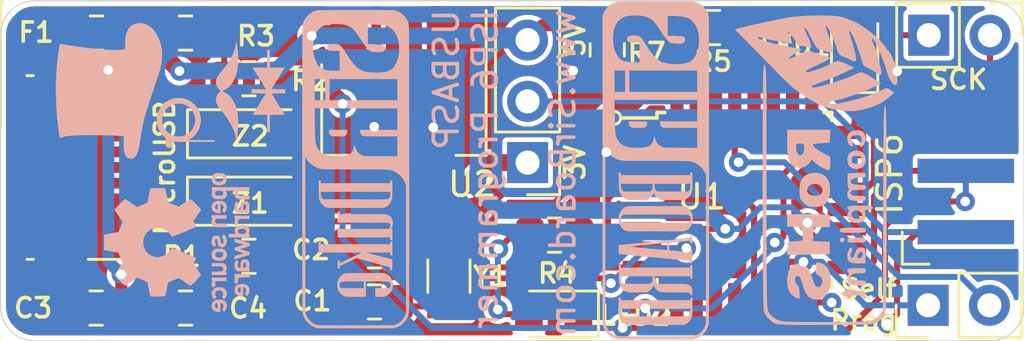
<source format=kicad_pcb>
(kicad_pcb (version 20171130) (host pcbnew "(5.1.2)-2")
  (layers (0 F.Cu signal hide) (31 B.Cu signal hide) (34 B.Paste user hide) (35 F.Paste user hide) (36 B.SilkS user) (37 F.SilkS user hide) (38 B.Mask user hide) (39 F.Mask user hide) (44 Edge.Cuts user))
  (net 0 "")
  (net 1 "Net-(C1-Pad2)")
  (net 2 "Net-(C1-Pad1)")
  (net 3 "Net-(C2-Pad1)")
  (net 4 "Net-(C3-Pad1)")
  (net 5 "Net-(F1-Pad1)")
  (net 6 "Net-(J1-Pad2)")
  (net 7 "Net-(J1-Pad1)")
  (net 8 "Net-(J2-Pad2)")
  (net 9 "Net-(J2-Pad1)")
  (net 10 "Net-(J3-Pad2)")
  (net 11 "Net-(J3-Pad1)")
  (net 12 "Net-(J4-Pad3)")
  (net 13 "Net-(J4-Pad4)")
  (net 14 "Net-(J4-Pad2)")
  (net 15 "Net-(J5-Pad4)")
  (net 16 "Net-(J5-Pad3)")
  (net 17 "Net-(J5-Pad1)")
  (net 18 "Net-(LED1-Pad2)")
  (net 19 "Net-(LED1-Pad1)")
  (net 20 "Net-(LED2-Pad2)")
  (net 21 "Net-(LED2-Pad1)")
  (net 22 "Net-(R1-Pad1)")
  (net 23 "Net-(R2-Pad1)")
  (net 24 "Net-(U1-Pad31)")
  (net 25 "Net-(U1-Pad30)")
  (net 26 "Net-(U1-Pad28)")
  (net 27 "Net-(U1-Pad27)")
  (net 28 "Net-(U1-Pad26)")
  (net 29 "Net-(U1-Pad22)")
  (net 30 "Net-(U1-Pad20)")
  (net 31 "Net-(U1-Pad19)")
  (net 32 "Net-(U1-Pad11)")
  (net 33 "Net-(U1-Pad10)")
  (net 34 "Net-(U1-Pad9)")
  (net 35 "Net-(U1-Pad2)")
  (net 36 "Net-(U1-Pad1)")
  (module logo:SirDuke132x44 (layer B.Cu) (at 94.6277 96.4311 270)
    (fp_text reference G*** hide)
    (fp_text value LOGO hide)
  )
  (module logo:SirBoard140x44 (layer B.Cu) (at 107.0737 96.4692 270)
    (fp_text reference G*** hide)
    (fp_text value LOGO hide)
  )
  (module Connector_PinSocket_2.54mm:PinSocket_2x03_P2.54mm_Horizontal_SMD (layer F.Cu) (at 118.4148 99.0346 180)
    (fp_text reference ISP6 (at 1.6256 2.413 90) (layer F.SilkS))
    (fp_text value Conn_02x03_Odd_Even)
    (pad 6 smd rect (at -1.524 5.08 180) (size 4 1) (layers B.Cu F.Paste F.Mask) (net 2 "Net-(C1-Pad1)"))
    (pad 4 smd rect (at -1.524 2.54 180) (size 4 1) (layers B.Cu F.Paste F.Mask) (net 15 "Net-(J5-Pad4)"))
    (pad 2 smd rect (at -1.524 0 180) (size 4 1) (layers B.Cu F.Paste F.Mask) (net 6 "Net-(J1-Pad2)"))
    (pad 5 smd rect (at -1.524 5.08 180) (size 4 1) (layers F.Cu F.Paste F.Mask) (net 9 "Net-(J2-Pad1)"))
    (pad 3 smd rect (at -1.524 2.54 180) (size 4 1) (layers F.Cu F.Paste F.Mask) (net 16 "Net-(J5-Pad3)"))
    (pad 1 smd rect (at -1.524 0 180) (size 4 1) (layers F.Cu F.Paste F.Mask) (net 17 "Net-(J5-Pad1)"))
  )
  (module Symbol:OSHW-Logo_5.7x6mm_SilkScreen (layer B.Cu) (at 87.2109 99.4537 270)
    (fp_text reference REF** hide)
    (fp_text value OSHW-Logo_5.7x6mm_SilkScreen hide)
  )
  (module Connector_PinHeader_2.54mm:PinHeader_1x02_P2.54mm_Vertical (layer F.Cu) (at 118.3767 102.0699 90)
    (fp_text reference SelfProg hide)
    (fp_text value Conn_01x02 hide)
    (pad 2 thru_hole oval (at 0 2.54 90) (size 1.7 1.7) (drill 1) (layers *.Cu *.Mask) (net 10 "Net-(J3-Pad2)"))
    (pad 1 thru_hole rect (at 0 0 90) (size 1.7 1.7) (drill 1) (layers *.Cu *.Mask) (net 11 "Net-(J3-Pad1)"))
  )
  (module Package_QFP:TQFP-32_7x7mm_P0.8mm (layer F.Cu) (at 110.7567 97.7011)
    (fp_text reference U1 (at -1.778 -0.127) (layer F.SilkS))
    (fp_text value ATmega8-16AU)
    (pad 32 smd rect (at -2.8 -4.25 90) (size 1.6 0.55) (layers F.Cu F.Paste F.Mask) (net 22 "Net-(R1-Pad1)"))
    (pad 31 smd rect (at -2 -4.25 90) (size 1.6 0.55) (layers F.Cu F.Paste F.Mask) (net 24 "Net-(U1-Pad31)"))
    (pad 30 smd rect (at -1.2 -4.25 90) (size 1.6 0.55) (layers F.Cu F.Paste F.Mask) (net 25 "Net-(U1-Pad30)"))
    (pad 29 smd rect (at -0.4 -4.25 90) (size 1.6 0.55) (layers F.Cu F.Paste F.Mask) (net 10 "Net-(J3-Pad2)"))
    (pad 28 smd rect (at 0.4 -4.25 90) (size 1.6 0.55) (layers F.Cu F.Paste F.Mask) (net 26 "Net-(U1-Pad28)"))
    (pad 27 smd rect (at 1.2 -4.25 90) (size 1.6 0.55) (layers F.Cu F.Paste F.Mask) (net 27 "Net-(U1-Pad27)"))
    (pad 26 smd rect (at 2 -4.25 90) (size 1.6 0.55) (layers F.Cu F.Paste F.Mask) (net 28 "Net-(U1-Pad26)"))
    (pad 25 smd rect (at 2.8 -4.25 90) (size 1.6 0.55) (layers F.Cu F.Paste F.Mask) (net 8 "Net-(J2-Pad2)"))
    (pad 24 smd rect (at 4.25 -2.8) (size 1.6 0.55) (layers F.Cu F.Paste F.Mask) (net 19 "Net-(LED1-Pad1)"))
    (pad 23 smd rect (at 4.25 -2) (size 1.6 0.55) (layers F.Cu F.Paste F.Mask) (net 21 "Net-(LED2-Pad1)"))
    (pad 22 smd rect (at 4.25 -1.2) (size 1.6 0.55) (layers F.Cu F.Paste F.Mask) (net 29 "Net-(U1-Pad22)"))
    (pad 21 smd rect (at 4.25 -0.4) (size 1.6 0.55) (layers F.Cu F.Paste F.Mask) (net 2 "Net-(C1-Pad1)"))
    (pad 20 smd rect (at 4.25 0.4) (size 1.6 0.55) (layers F.Cu F.Paste F.Mask) (net 30 "Net-(U1-Pad20)"))
    (pad 19 smd rect (at 4.25 1.2) (size 1.6 0.55) (layers F.Cu F.Paste F.Mask) (net 31 "Net-(U1-Pad19)"))
    (pad 18 smd rect (at 4.25 2) (size 1.6 0.55) (layers F.Cu F.Paste F.Mask) (net 5 "Net-(F1-Pad1)"))
    (pad 17 smd rect (at 4.25 2.8) (size 1.6 0.55) (layers F.Cu F.Paste F.Mask) (net 16 "Net-(J5-Pad3)"))
    (pad 16 smd rect (at 2.8 4.25 90) (size 1.6 0.55) (layers F.Cu F.Paste F.Mask) (net 17 "Net-(J5-Pad1)"))
    (pad 15 smd rect (at 2 4.25 90) (size 1.6 0.55) (layers F.Cu F.Paste F.Mask) (net 15 "Net-(J5-Pad4)"))
    (pad 14 smd rect (at 1.2 4.25 90) (size 1.6 0.55) (layers F.Cu F.Paste F.Mask) (net 11 "Net-(J3-Pad1)"))
    (pad 13 smd rect (at 0.4 4.25 90) (size 1.6 0.55) (layers F.Cu F.Paste F.Mask) (net 22 "Net-(R1-Pad1)"))
    (pad 12 smd rect (at -0.4 4.25 90) (size 1.6 0.55) (layers F.Cu F.Paste F.Mask) (net 23 "Net-(R2-Pad1)"))
    (pad 11 smd rect (at -1.2 4.25 90) (size 1.6 0.55) (layers F.Cu F.Paste F.Mask) (net 32 "Net-(U1-Pad11)"))
    (pad 10 smd rect (at -2 4.25 90) (size 1.6 0.55) (layers F.Cu F.Paste F.Mask) (net 33 "Net-(U1-Pad10)"))
    (pad 9 smd rect (at -2.8 4.25 90) (size 1.6 0.55) (layers F.Cu F.Paste F.Mask) (net 34 "Net-(U1-Pad9)"))
    (pad 8 smd rect (at -4.25 2.8) (size 1.6 0.55) (layers F.Cu F.Paste F.Mask) (net 3 "Net-(C2-Pad1)"))
    (pad 7 smd rect (at -4.25 2) (size 1.6 0.55) (layers F.Cu F.Paste F.Mask) (net 1 "Net-(C1-Pad2)"))
    (pad 6 smd rect (at -4.25 1.2) (size 1.6 0.55) (layers F.Cu F.Paste F.Mask) (net 5 "Net-(F1-Pad1)"))
    (pad 5 smd rect (at -4.25 0.4) (size 1.6 0.55) (layers F.Cu F.Paste F.Mask) (net 2 "Net-(C1-Pad1)"))
    (pad 4 smd rect (at -4.25 -0.4) (size 1.6 0.55) (layers F.Cu F.Paste F.Mask) (net 5 "Net-(F1-Pad1)"))
    (pad 3 smd rect (at -4.25 -1.2) (size 1.6 0.55) (layers F.Cu F.Paste F.Mask) (net 2 "Net-(C1-Pad1)"))
    (pad 2 smd rect (at -4.25 -2) (size 1.6 0.55) (layers F.Cu F.Paste F.Mask) (net 35 "Net-(U1-Pad2)"))
    (pad 1 smd rect (at -4.25 -2.8) (size 1.6 0.55) (layers F.Cu F.Paste F.Mask) (net 36 "Net-(U1-Pad1)"))
  )
  (module Package_TO_SOT_SMD:SOT-223-3_TabPin2 (layer F.Cu) (at 96.6343 93.9419 270)
    (fp_text reference U2 (at 3.1115 -2.8321) (layer F.SilkS))
    (fp_text value AMS1117-3.3)
    (pad 1 smd rect (at -3.15 -2.3 270) (size 2 1.5) (layers F.Cu F.Paste F.Mask) (net 2 "Net-(C1-Pad1)"))
    (pad 3 smd rect (at -3.15 2.3 270) (size 2 1.5) (layers F.Cu F.Paste F.Mask) (net 5 "Net-(F1-Pad1)"))
    (pad 2 smd rect (at -3.15 0 270) (size 2 1.5) (layers F.Cu F.Paste F.Mask) (net 7 "Net-(J1-Pad1)"))
    (pad 2 smd rect (at 3.15 0 270) (size 2 3.8) (layers F.Cu F.Paste F.Mask) (net 7 "Net-(J1-Pad1)"))
  )
  (module Crystal:Crystal_SMD_3215-2Pin_3.2x1.5mm (layer F.Cu) (at 98.5012 100.8634 270)
    (fp_text reference Y1 (at 0.0127 -1.7399 unlocked) (layer F.SilkS) (effects (font (size 0.8 0.8))))
    (fp_text value Crystal)
    (pad 2 smd rect (at -1.25 0 270) (size 1 1.8) (layers F.Cu F.Paste F.Mask) (net 3 "Net-(C2-Pad1)"))
    (pad 1 smd rect (at 1.25 0 270) (size 1 1.8) (layers F.Cu F.Paste F.Mask) (net 1 "Net-(C1-Pad2)"))
  )
  (module logo:RoHS140x90 (layer B.Cu) (at 113.9571 96.5708 270)
    (fp_text reference G*** hide)
    (fp_text value LOGO hide)
  )
  (module logo:logo94x134 (layer B.Cu) (at 86.9569 93.1926 270)
    (fp_text reference G*** hide)
    (fp_text value LOGO hide)
  )
  (module Resistor_SMD:R_0805_2012Metric_Pad1.15x1.40mm_HandSolder (layer F.Cu) (at 83.8835 90.7796 180)
    (fp_text reference F1 (at 2.5019 0.0254) (layer F.SilkS) (effects (font (size 0.8 0.8))))
    (fp_text value 500mA)
    (pad 2 smd roundrect (at 1.025 0 180) (size 1.15 1.4) (layers F.Cu F.Paste F.Mask) (roundrect_rratio 0.217391) (net 4 "Net-(C3-Pad1)"))
    (pad 1 smd roundrect (at -1.025 0 180) (size 1.15 1.4) (layers F.Cu F.Paste F.Mask) (roundrect_rratio 0.217391) (net 5 "Net-(F1-Pad1)"))
  )
  (module Connector_USB:USB_Micro-B_Molex_47346-0001 (layer F.Cu) (at 83.6041 96.3549 270)
    (fp_text reference MicroUSB (at 0 -3.1125 90) (layer F.SilkS) (effects (font (size 0.8 0.8))))
    (fp_text value USB_B_Micro)
    (pad 6 smd rect (at 0.84 1.2 270) (size 1.175 1.9) (layers F.Cu F.Paste F.Mask) (net 2 "Net-(C1-Pad1)"))
    (pad 6 smd rect (at -0.84 1.2 270) (size 1.175 1.9) (layers F.Cu F.Paste F.Mask) (net 2 "Net-(C1-Pad1)"))
    (pad 6 smd rect (at 2.91 1.2 270) (size 2.375 1.9) (layers F.Cu F.Paste F.Mask) (net 2 "Net-(C1-Pad1)"))
    (pad 6 smd rect (at -2.91 1.2 270) (size 2.375 1.9) (layers F.Cu F.Paste F.Mask) (net 2 "Net-(C1-Pad1)"))
    (pad 6 smd rect (at 2.4625 -1.1 270) (size 1.475 2.1) (layers F.Cu F.Paste F.Mask) (net 2 "Net-(C1-Pad1)"))
    (pad 6 smd rect (at -2.4625 -1.1 270) (size 1.475 2.1) (layers F.Cu F.Paste F.Mask) (net 2 "Net-(C1-Pad1)"))
    (pad 5 smd rect (at 1.3 -1.46 270) (size 0.45 1.38) (layers F.Cu F.Paste F.Mask) (net 2 "Net-(C1-Pad1)"))
    (pad 4 smd rect (at 0.65 -1.46 270) (size 0.45 1.38) (layers F.Cu F.Paste F.Mask) (net 13 "Net-(J4-Pad4)"))
    (pad 3 smd rect (at 0 -1.46 270) (size 0.45 1.38) (layers F.Cu F.Paste F.Mask) (net 12 "Net-(J4-Pad3)"))
    (pad 2 smd rect (at -0.65 -1.46 270) (size 0.45 1.38) (layers F.Cu F.Paste F.Mask) (net 14 "Net-(J4-Pad2)"))
    (pad 1 smd rect (at -1.3 -1.46 270) (size 0.45 1.38) (layers F.Cu F.Paste F.Mask) (net 4 "Net-(C3-Pad1)"))
  )
  (module Diode_SMD:D_MiniMELF (layer F.Cu) (at 90.2081 94.9579)
    (fp_text reference Z2 (at 0.0508 0.1016) (layer F.SilkS) (effects (font (size 0.8 0.8))))
    (fp_text value 3.6V)
    (pad 2 smd rect (at 1.75 0) (size 1.3 1.7) (layers F.Cu F.Paste F.Mask) (net 2 "Net-(C1-Pad1)"))
    (pad 1 smd rect (at -1.75 0) (size 1.3 1.7) (layers F.Cu F.Paste F.Mask) (net 14 "Net-(J4-Pad2)"))
  )
  (module Diode_SMD:D_MiniMELF (layer F.Cu) (at 90.2081 97.7519)
    (fp_text reference Z1 (at 0.0508 0.0889) (layer F.SilkS) (effects (font (size 0.8 0.8))))
    (fp_text value 3.6V)
    (pad 2 smd rect (at 1.75 0) (size 1.3 1.7) (layers F.Cu F.Paste F.Mask) (net 2 "Net-(C1-Pad1)"))
    (pad 1 smd rect (at -1.75 0) (size 1.3 1.7) (layers F.Cu F.Paste F.Mask) (net 12 "Net-(J4-Pad3)"))
  )
  (module Resistor_SMD:R_0805_2012Metric_Pad1.15x1.40mm_HandSolder (layer F.Cu) (at 105.0671 91.4781 90)
    (fp_text reference R7 (at -0.127 1.6383) (layer F.SilkS) (effects (font (size 0.8 0.8))))
    (fp_text value 10k)
    (pad 2 smd roundrect (at 1.025 0 90) (size 1.15 1.4) (layers F.Cu F.Paste F.Mask) (roundrect_rratio 0.217391) (net 5 "Net-(F1-Pad1)"))
    (pad 1 smd roundrect (at -1.025 0 90) (size 1.15 1.4) (layers F.Cu F.Paste F.Mask) (roundrect_rratio 0.217391) (net 10 "Net-(J3-Pad2)"))
  )
  (module Resistor_SMD:R_0805_2012Metric_Pad1.15x1.40mm_HandSolder (layer F.Cu) (at 109.474 90.551)
    (fp_text reference R5 (at -0.0254 1.4097 180) (layer F.SilkS) (effects (font (size 0.8 0.8))))
    (fp_text value 1k)
    (pad 2 smd roundrect (at 1.025 0) (size 1.15 1.4) (layers F.Cu F.Paste F.Mask) (roundrect_rratio 0.217391) (net 18 "Net-(LED1-Pad2)"))
    (pad 1 smd roundrect (at -1.025 0) (size 1.15 1.4) (layers F.Cu F.Paste F.Mask) (roundrect_rratio 0.217391) (net 5 "Net-(F1-Pad1)"))
  )
  (module Resistor_SMD:R_0805_2012Metric_Pad1.15x1.40mm_HandSolder (layer F.Cu) (at 102.8827 99.1616 180)
    (fp_text reference R4 (at -0.1016 -1.5875) (layer F.SilkS) (effects (font (size 0.8 0.8))))
    (fp_text value 1k)
    (pad 2 smd roundrect (at 1.025 0 180) (size 1.15 1.4) (layers F.Cu F.Paste F.Mask) (roundrect_rratio 0.217391) (net 20 "Net-(LED2-Pad2)"))
    (pad 1 smd roundrect (at -1.025 0 180) (size 1.15 1.4) (layers F.Cu F.Paste F.Mask) (roundrect_rratio 0.217391) (net 5 "Net-(F1-Pad1)"))
  )
  (module Resistor_SMD:R_0805_2012Metric_Pad1.15x1.40mm_HandSolder (layer F.Cu) (at 87.5792 90.7796)
    (fp_text reference R3 (at 2.921 0.127) (layer F.SilkS) (effects (font (size 0.8 0.8))))
    (fp_text value 2k2)
    (pad 2 smd roundrect (at 1.025 0) (size 1.15 1.4) (layers F.Cu F.Paste F.Mask) (roundrect_rratio 0.217391) (net 14 "Net-(J4-Pad2)"))
    (pad 1 smd roundrect (at -1.025 0) (size 1.15 1.4) (layers F.Cu F.Paste F.Mask) (roundrect_rratio 0.217391) (net 5 "Net-(F1-Pad1)"))
  )
  (module Resistor_SMD:R_0805_2012Metric_Pad1.15x1.40mm_HandSolder (layer F.Cu) (at 90.2081 92.6719 180)
    (fp_text reference R2 (at -2.54 -0.0889) (layer F.SilkS) (effects (font (size 0.8 0.8))))
    (fp_text value 68e)
    (pad 2 smd roundrect (at 1.025 0 180) (size 1.15 1.4) (layers F.Cu F.Paste F.Mask) (roundrect_rratio 0.217391) (net 14 "Net-(J4-Pad2)"))
    (pad 1 smd roundrect (at -1.025 0 180) (size 1.15 1.4) (layers F.Cu F.Paste F.Mask) (roundrect_rratio 0.217391) (net 23 "Net-(R2-Pad1)"))
  )
  (module Resistor_SMD:R_0805_2012Metric_Pad1.15x1.40mm_HandSolder (layer F.Cu) (at 90.2081 100.0379 180)
    (fp_text reference R1 (at 2.7813 -0.0127) (layer F.SilkS) (effects (font (size 0.8 0.8))))
    (fp_text value 68e)
    (pad 2 smd roundrect (at 1.025 0 180) (size 1.15 1.4) (layers F.Cu F.Paste F.Mask) (roundrect_rratio 0.217391) (net 12 "Net-(J4-Pad3)"))
    (pad 1 smd roundrect (at -1.025 0 180) (size 1.15 1.4) (layers F.Cu F.Paste F.Mask) (roundrect_rratio 0.217391) (net 22 "Net-(R1-Pad1)"))
  )
  (module LED_SMD:LED_0805_2012Metric_Pad1.15x1.40mm_HandSolder (layer F.Cu) (at 102.8446 102.4382 180)
    (fp_text reference LED2 (at -3.3909 -0.0508) (layer F.SilkS) (effects (font (size 0.8 0.8))))
    (fp_text value R)
    (pad 2 smd roundrect (at 1.025 0 180) (size 1.15 1.4) (layers F.Cu F.Paste F.Mask) (roundrect_rratio 0.217391) (net 20 "Net-(LED2-Pad2)"))
    (pad 1 smd roundrect (at -1.025 0 180) (size 1.15 1.4) (layers F.Cu F.Paste F.Mask) (roundrect_rratio 0.217391) (net 21 "Net-(LED2-Pad1)"))
  )
  (module LED_SMD:LED_0805_2012Metric_Pad1.15x1.40mm_HandSolder (layer F.Cu) (at 115.3287 91.3892 90)
    (fp_text reference LED1 (at 0.0635 -2.4638 180) (layer F.SilkS) (effects (font (size 0.8 0.8))))
    (fp_text value G)
    (pad 2 smd roundrect (at 1.025 0 90) (size 1.15 1.4) (layers F.Cu F.Paste F.Mask) (roundrect_rratio 0.217391) (net 18 "Net-(LED1-Pad2)"))
    (pad 1 smd roundrect (at -1.025 0 90) (size 1.15 1.4) (layers F.Cu F.Paste F.Mask) (roundrect_rratio 0.217391) (net 19 "Net-(LED1-Pad1)"))
  )
  (module Connector_PinHeader_2.54mm:PinHeader_1x02_P2.54mm_Vertical (layer F.Cu) (at 120.9421 90.8685 270)
    (fp_text reference SCK (at 1.8415 1.3081 180) (layer F.SilkS) (effects (font (size 0.8 0.8))))
    (fp_text value Conn_01x02)
    (pad 1 thru_hole circle (at 0 0 270) (size 1.7 1.7) (drill 1) (layers *.Cu *.Mask) (net 9 "Net-(J2-Pad1)"))
    (pad 2 thru_hole rect (at 0 2.54 270) (size 1.7 1.7) (drill 1) (layers *.Cu *.Mask) (net 8 "Net-(J2-Pad2)"))
  )
  (module Connector_PinHeader_2.54mm:PinHeader_1x03_P2.54mm_Vertical (layer F.Cu) (at 101.7651 96.1517 180)
    (fp_text reference "3V      5V" (at -1.9685 2.5527 90) (layer F.SilkS) (effects (font (size 0.8 0.8))))
    (fp_text value Conn_01x03)
    (pad 3 thru_hole oval (at 0 5.08 180) (size 1.7 1.7) (drill 1) (layers *.Cu *.Mask) (net 5 "Net-(F1-Pad1)"))
    (pad 2 thru_hole oval (at 0 2.54 180) (size 1.7 1.7) (drill 1) (layers *.Cu *.Mask) (net 6 "Net-(J1-Pad2)"))
    (pad 1 thru_hole rect (at 0 0 180) (size 1.7 1.7) (drill 1) (layers *.Cu *.Mask) (net 7 "Net-(J1-Pad1)"))
  )
  (module Capacitor_SMD:C_0805_2012Metric_Pad1.15x1.40mm_HandSolder (layer F.Cu) (at 87.5792 102.1842)
    (fp_text reference C4 (at 2.5908 0.0127) (layer F.SilkS) (effects (font (size 0.8 0.8))))
    (fp_text value 4u7)
    (pad 2 smd roundrect (at 1.025 0) (size 1.15 1.4) (layers F.Cu F.Paste F.Mask) (roundrect_rratio 0.217391) (net 2 "Net-(C1-Pad1)"))
    (pad 1 smd roundrect (at -1.025 0) (size 1.15 1.4) (layers F.Cu F.Paste F.Mask) (roundrect_rratio 0.217391) (net 4 "Net-(C3-Pad1)"))
  )
  (module Capacitor_SMD:C_0805_2012Metric_Pad1.15x1.40mm_HandSolder (layer F.Cu) (at 83.8708 102.1842 180)
    (fp_text reference C3 (at 2.6162 0) (layer F.SilkS) (effects (font (size 0.8 0.8))))
    (fp_text value 100nF)
    (pad 2 smd roundrect (at 1.025 0 180) (size 1.15 1.4) (layers F.Cu F.Paste F.Mask) (roundrect_rratio 0.217391) (net 2 "Net-(C1-Pad1)"))
    (pad 1 smd roundrect (at -1.025 0 180) (size 1.15 1.4) (layers F.Cu F.Paste F.Mask) (roundrect_rratio 0.217391) (net 4 "Net-(C3-Pad1)"))
  )
  (module Capacitor_SMD:C_0805_2012Metric_Pad1.15x1.40mm_HandSolder (layer F.Cu) (at 95.4151 99.8093 180)
    (fp_text reference C2 (at 2.6289 0.0381 180) (layer F.SilkS) (effects (font (size 0.8 0.8))))
    (fp_text value 18pF)
    (pad 2 smd roundrect (at 1.025 0 180) (size 1.15 1.4) (layers F.Cu F.Paste F.Mask) (roundrect_rratio 0.217391) (net 2 "Net-(C1-Pad1)"))
    (pad 1 smd roundrect (at -1.025 0 180) (size 1.15 1.4) (layers F.Cu F.Paste F.Mask) (roundrect_rratio 0.217391) (net 3 "Net-(C2-Pad1)"))
  )
  (module Capacitor_SMD:C_0805_2012Metric_Pad1.15x1.40mm_HandSolder (layer F.Cu) (at 95.4151 101.9302)
    (fp_text reference C1 (at -2.5781 -0.0381) (layer F.SilkS) (effects (font (size 0.8 0.8))))
    (fp_text value 18pF)
    (pad 2 smd roundrect (at 1.025 0) (size 1.15 1.4) (layers F.Cu F.Paste F.Mask) (roundrect_rratio 0.217391) (net 1 "Net-(C1-Pad2)"))
    (pad 1 smd roundrect (at -1.025 0) (size 1.15 1.4) (layers F.Cu F.Paste F.Mask) (roundrect_rratio 0.217391) (net 2 "Net-(C1-Pad1)"))
  )
  (gr_arc (start 120.942044 102.133401) (end 120.929345 103.5431) (angle -90.51616423) (layer Edge.Cuts) (width 0.05))
  (gr_arc (start 81.318099 102.133344) (end 79.9084 102.120645) (angle -90.51616423) (layer Edge.Cuts) (width 0.05))
  (gr_arc (start 81.318156 90.855799) (end 81.330855 89.4461) (angle -90.51616423) (layer Edge.Cuts) (width 0.05))
  (gr_arc (start 120.9421 90.843156) (end 122.351799 90.855855) (angle -90.51392927) (layer Edge.Cuts) (width 0.05))
  (dimension 14.097206 (width 0.12) (layer F.SilkS) (gr_text "14.097 mm" (at 76.149294 96.474006 89.6902961) (layer F.SilkS) (effects (font (size 1 1) (thickness 0.15)))) (feature1 (pts (xy 79.9211 103.5431) (xy 76.794763 103.526201))) (feature2 (pts (xy 79.9973 89.4461) (xy 76.870963 89.429201))) (crossbar (pts (xy 77.457375 89.432371) (xy 77.381175 103.529371))) (arrow1a (pts (xy 77.381175 103.529371) (xy 76.800852 102.399714))) (arrow1b (pts (xy 77.381175 103.529371) (xy 77.973676 102.406053))) (arrow2a (pts (xy 77.457375 89.432371) (xy 76.864874 90.555689))) (arrow2b (pts (xy 77.457375 89.432371) (xy 78.037698 90.562028))))
  (dimension 51.092102 (width 0.12) (layer F.SilkS) (gr_text "51.092 mm" (at 105.451479 82.861069 0.01424205278) (layer F.SilkS) (effects (font (size 1 1) (thickness 0.15)))) (feature1 (pts (xy 131.0005 94.8055) (xy 130.997699 83.538299))) (feature2 (pts (xy 79.9084 94.8182) (xy 79.905599 83.550999))) (crossbar (pts (xy 79.905745 84.137419) (xy 130.997845 84.124719))) (arrow1a (pts (xy 130.997845 84.124719) (xy 129.871487 84.71142))) (arrow1b (pts (xy 130.997845 84.124719) (xy 129.871196 83.538578))) (arrow2a (pts (xy 79.905745 84.137419) (xy 81.032394 84.72356))) (arrow2b (pts (xy 79.905745 84.137419) (xy 81.032103 83.550718))))
  (dimension 42.4307 (width 0.12) (layer F.SilkS) (gr_text "42.431 mm" (at 101.12375 85.9536) (layer F.SilkS) (effects (font (size 1 1) (thickness 0.15)))) (feature1 (pts (xy 122.3391 89.4461) (xy 122.3391 86.637179))) (feature2 (pts (xy 79.9084 89.4461) (xy 79.9084 86.637179))) (crossbar (pts (xy 79.9084 87.2236) (xy 122.3391 87.2236))) (arrow1a (pts (xy 122.3391 87.2236) (xy 121.212596 87.810021))) (arrow1b (pts (xy 122.3391 87.2236) (xy 121.212596 86.637179))) (arrow2a (pts (xy 79.9084 87.2236) (xy 81.034904 87.810021))) (arrow2b (pts (xy 79.9084 87.2236) (xy 81.034904 86.637179))))
  (gr_circle (center 105.3592 94.2975) (end 105.5878 94.4372) (layer F.SilkS) (width 0.12))
  (gr_text "Self\nProg" (at 117.1702 102.0445) (layer F.SilkS) (effects (font (size 0.8 0.8)) (justify right)))
  (gr_text "USBASP \nISP6 Programmer\n\nwww.SirBoard.com" (at 100.8126 89.7128 90) (layer B.SilkS) (effects (font (size 1 1)) (justify left mirror)))
  (gr_line (start 120.942154 89.4334) (end 81.330855 89.4461) (layer Edge.Cuts) (width 0.05))
  (gr_line (start 122.3518 102.1334) (end 122.351799 90.8558) (layer Edge.Cuts) (width 0.05))
  (gr_line (start 81.318045 103.5431) (end 120.929345 103.5431) (layer Edge.Cuts) (width 0.05))
  (gr_line (start 79.9084 90.8558) (end 79.9084 102.120645) (layer Edge.Cuts) (width 0.05))
  (segment (start 96.6233 102.1134) (end 96.4401 101.9302) (width 0.25) (layer F.Cu) (net 1))
  (segment (start 98.5012 102.1134) (end 96.6233 102.1134) (width 0.25) (layer F.Cu) (net 1))
  (via (at 105.2195 101.1555) (size 0.8) (drill 0.4) (layers F.Cu B.Cu) (net 1))
  (segment (start 106.5067 99.7011) (end 108.3503 99.7011) (width 0.25) (layer F.Cu) (net 1))
  (segment (start 108.3503 99.7011) (end 108.3503 99.7011) (width 0.25) (layer F.Cu) (net 1))
  (via (at 108.3503 99.7011) (size 0.8) (drill 0.4) (layers F.Cu B.Cu) (net 1))
  (segment (start 98.9149 102.1134) (end 98.5012 102.1134) (width 0.25) (layer F.Cu) (net 1))
  (segment (start 100.07719 100.95111) (end 98.9149 102.1134) (width 0.25) (layer F.Cu) (net 1))
  (segment (start 105.035401 100.95111) (end 100.07719 100.95111) (width 0.25) (layer F.Cu) (net 1))
  (segment (start 105.035401 100.971401) (end 105.035401 100.95111) (width 0.25) (layer F.Cu) (net 1))
  (segment (start 106.6739 99.7011) (end 105.2195 101.1555) (width 0.25) (layer B.Cu) (net 1))
  (segment (start 108.3503 99.7011) (end 106.6739 99.7011) (width 0.25) (layer B.Cu) (net 1))
  (via (at 117.094 92.3671) (size 0.8) (drill 0.4) (layers F.Cu B.Cu) (net 2))
  (via (at 103.6574 92.3417) (size 0.8) (drill 0.4) (layers F.Cu B.Cu) (net 2))
  (via (at 105.029 95.7199) (size 0.8) (drill 0.4) (layers F.Cu B.Cu) (net 2))
  (segment (start 98.9343 91.0419) (end 98.9343 90.7919) (width 0.25) (layer F.Cu) (net 2))
  (segment (start 100.2341 92.3417) (end 98.9343 91.0419) (width 0.25) (layer F.Cu) (net 2))
  (segment (start 103.6574 92.3417) (end 100.2341 92.3417) (width 0.25) (layer F.Cu) (net 2))
  (segment (start 98.9343 92.1919) (end 98.1114 93.0148) (width 0.4) (layer F.Cu) (net 2))
  (segment (start 98.9343 90.7919) (end 98.9343 92.1919) (width 0.4) (layer F.Cu) (net 2))
  (via (at 95.4024 94.6658) (size 0.8) (drill 0.4) (layers F.Cu B.Cu) (net 2))
  (via (at 97.8535 94.6912) (size 0.8) (drill 0.4) (layers F.Cu B.Cu) (net 2))
  (segment (start 95.4278 94.6912) (end 95.4024 94.6658) (width 0.7) (layer B.Cu) (net 2))
  (segment (start 97.8535 94.6912) (end 95.4278 94.6912) (width 0.7) (layer B.Cu) (net 2))
  (segment (start 96.636 99.6134) (end 96.4401 99.8093) (width 0.25) (layer F.Cu) (net 3))
  (segment (start 98.5012 99.6134) (end 96.636 99.6134) (width 0.25) (layer F.Cu) (net 3))
  (segment (start 98.5012 99.6134) (end 98.8641 99.6134) (width 0.25) (layer F.Cu) (net 3))
  (segment (start 99.7518 100.5011) (end 106.5067 100.5011) (width 0.25) (layer F.Cu) (net 3))
  (segment (start 98.8641 99.6134) (end 99.7518 100.5011) (width 0.25) (layer F.Cu) (net 3))
  (via (at 84.37245 92.30995) (size 0.8) (drill 0.4) (layers F.Cu B.Cu) (net 4))
  (segment (start 84.9122 100.7872) (end 84.9122 100.7872) (width 0.25) (layer B.Cu) (net 4))
  (via (at 84.9122 100.7872) (size 0.8) (drill 0.4) (layers F.Cu B.Cu) (net 4))
  (segment (start 84.37245 92.29355) (end 82.8585 90.7796) (width 0.5) (layer F.Cu) (net 4))
  (segment (start 84.37245 92.30995) (end 84.37245 92.29355) (width 0.5) (layer F.Cu) (net 4))
  (segment (start 86.3092 92.899998) (end 86.3092 94.0943) (width 0.5) (layer F.Cu) (net 4))
  (segment (start 85.719152 92.30995) (end 86.3092 92.899998) (width 0.5) (layer F.Cu) (net 4))
  (segment (start 84.37245 92.30995) (end 85.719152 92.30995) (width 0.5) (layer F.Cu) (net 4))
  (segment (start 86.3092 94.8998) (end 86.3092 94.0943) (width 0.4) (layer F.Cu) (net 4))
  (segment (start 86.1541 95.0549) (end 86.3092 94.8998) (width 0.4) (layer F.Cu) (net 4))
  (segment (start 85.0641 95.0549) (end 86.1541 95.0549) (width 0.4) (layer F.Cu) (net 4))
  (segment (start 84.37245 100.24745) (end 84.9122 100.7872) (width 0.5) (layer B.Cu) (net 4))
  (segment (start 84.37245 92.30995) (end 84.37245 100.24745) (width 0.5) (layer B.Cu) (net 4))
  (segment (start 84.9122 102.1678) (end 84.8958 102.1842) (width 0.5) (layer F.Cu) (net 4))
  (segment (start 84.9122 100.7872) (end 84.9122 102.1678) (width 0.5) (layer F.Cu) (net 4))
  (segment (start 86.5542 102.1842) (end 84.8958 102.1842) (width 0.5) (layer F.Cu) (net 4))
  (segment (start 87.329 92.3544) (end 87.329 92.3544) (width 0.25) (layer F.Cu) (net 5))
  (via (at 87.329 92.3544) (size 0.8) (drill 0.4) (layers F.Cu B.Cu) (net 5))
  (segment (start 92.4687 91.2368) (end 92.4687 91.2368) (width 0.25) (layer B.Cu) (net 5))
  (segment (start 104.1682 98.9011) (end 103.9077 99.1616) (width 0.25) (layer F.Cu) (net 5))
  (segment (start 105.0987 97.6591) (end 105.0987 98.9011) (width 0.25) (layer F.Cu) (net 5))
  (segment (start 105.4567 97.3011) (end 105.0987 97.6591) (width 0.25) (layer F.Cu) (net 5))
  (segment (start 106.5067 97.3011) (end 105.4567 97.3011) (width 0.25) (layer F.Cu) (net 5))
  (segment (start 106.5067 98.9011) (end 105.0987 98.9011) (width 0.25) (layer F.Cu) (net 5))
  (segment (start 105.0987 98.9011) (end 104.1682 98.9011) (width 0.25) (layer F.Cu) (net 5))
  (segment (start 84.9085 90.7796) (end 86.5542 90.7796) (width 0.7) (layer F.Cu) (net 5))
  (segment (start 86.5542 91.5796) (end 87.329 92.3544) (width 0.7) (layer F.Cu) (net 5))
  (segment (start 86.5542 90.7796) (end 86.5542 91.5796) (width 0.7) (layer F.Cu) (net 5))
  (segment (start 102.3837 90.4531) (end 101.7651 91.0717) (width 0.5) (layer F.Cu) (net 5))
  (segment (start 105.0671 90.4531) (end 102.3837 90.4531) (width 0.5) (layer F.Cu) (net 5))
  (segment (start 108.3511 90.4531) (end 108.449 90.551) (width 0.5) (layer F.Cu) (net 5))
  (segment (start 105.0671 90.4531) (end 108.3511 90.4531) (width 0.5) (layer F.Cu) (net 5))
  (segment (start 106.5067 98.9011) (end 109.9631 98.9011) (width 0.25) (layer F.Cu) (net 5))
  (segment (start 109.9631 98.9011) (end 109.9631 98.9011) (width 0.25) (layer F.Cu) (net 5))
  (via (at 109.9631 98.9011) (size 0.8) (drill 0.4) (layers F.Cu B.Cu) (net 5))
  (segment (start 114.146698 99.7011) (end 113.3729 98.927302) (width 0.25) (layer F.Cu) (net 5))
  (segment (start 115.0067 99.7011) (end 114.146698 99.7011) (width 0.25) (layer F.Cu) (net 5))
  (segment (start 113.3729 98.927302) (end 113.3729 98.6409) (width 0.25) (layer F.Cu) (net 5))
  (segment (start 113.3729 98.6409) (end 113.3729 98.6409) (width 0.25) (layer F.Cu) (net 5))
  (via (at 113.3729 98.6409) (size 0.8) (drill 0.4) (layers F.Cu B.Cu) (net 5))
  (segment (start 91.3511 92.3544) (end 87.329 92.3544) (width 0.7) (layer B.Cu) (net 5))
  (segment (start 92.8116 90.8939) (end 92.8116 90.8939) (width 0.7) (layer B.Cu) (net 5))
  (segment (start 92.8116 90.8939) (end 91.3511 92.3544) (width 0.7) (layer B.Cu) (net 5))
  (via (at 92.8116 90.8939) (size 0.8) (drill 0.4) (layers F.Cu B.Cu) (net 5))
  (segment (start 92.9136 90.7919) (end 92.8116 90.8939) (width 0.7) (layer F.Cu) (net 5))
  (segment (start 94.3343 90.7919) (end 92.9136 90.7919) (width 0.7) (layer F.Cu) (net 5))
  (segment (start 109.1949 98.1329) (end 109.9631 98.9011) (width 0.7) (layer B.Cu) (net 5))
  (segment (start 110.528785 98.9011) (end 109.9631 98.9011) (width 0.25) (layer B.Cu) (net 5))
  (segment (start 111.423985 98.0059) (end 110.528785 98.9011) (width 0.25) (layer B.Cu) (net 5))
  (segment (start 113.3729 98.6409) (end 112.7379 98.0059) (width 0.25) (layer B.Cu) (net 5))
  (segment (start 112.7379 98.0059) (end 111.423985 98.0059) (width 0.25) (layer B.Cu) (net 5))
  (segment (start 101.5873 90.8939) (end 101.7651 91.0717) (width 0.7) (layer B.Cu) (net 5))
  (segment (start 92.8116 90.8939) (end 101.5873 90.8939) (width 0.7) (layer B.Cu) (net 5))
  (segment (start 100.563019 91.0717) (end 99.7077 91.927019) (width 0.7) (layer B.Cu) (net 5))
  (segment (start 101.7651 91.0717) (end 100.563019 91.0717) (width 0.7) (layer B.Cu) (net 5))
  (segment (start 99.7077 97.2439) (end 100.5967 98.1329) (width 0.7) (layer B.Cu) (net 5))
  (segment (start 99.7077 91.927019) (end 99.7077 97.2439) (width 0.7) (layer B.Cu) (net 5))
  (segment (start 100.5967 98.1329) (end 109.1949 98.1329) (width 0.7) (layer B.Cu) (net 5))
  (segment (start 116.6114 99.0346) (end 119.9388 99.0346) (width 0.25) (layer B.Cu) (net 6))
  (segment (start 115.7859 98.2091) (end 116.6114 99.0346) (width 0.25) (layer B.Cu) (net 6))
  (segment (start 115.7859 95.377) (end 115.7859 98.2091) (width 0.25) (layer B.Cu) (net 6))
  (segment (start 101.7651 93.6117) (end 114.0206 93.6117) (width 0.25) (layer B.Cu) (net 6))
  (segment (start 114.0206 93.6117) (end 115.7859 95.377) (width 0.25) (layer B.Cu) (net 6))
  (segment (start 96.6343 90.7919) (end 96.6343 97.0919) (width 0.7) (layer F.Cu) (net 7))
  (segment (start 99.2749 97.0919) (end 99.0088 97.0919) (width 0.7) (layer F.Cu) (net 7))
  (segment (start 100.2151 96.1517) (end 99.2749 97.0919) (width 0.7) (layer F.Cu) (net 7))
  (segment (start 101.7651 96.1517) (end 100.2151 96.1517) (width 0.7) (layer F.Cu) (net 7))
  (segment (start 99.2749 97.0919) (end 96.6343 97.0919) (width 0.7) (layer F.Cu) (net 7))
  (segment (start 113.5567 92.4011) (end 114.5686 91.3892) (width 0.25) (layer F.Cu) (net 8))
  (segment (start 113.5567 93.4511) (end 113.5567 92.4011) (width 0.25) (layer F.Cu) (net 8))
  (segment (start 117.200019 90.8685) (end 118.4021 90.8685) (width 0.25) (layer F.Cu) (net 8))
  (segment (start 116.679319 91.3892) (end 117.200019 90.8685) (width 0.25) (layer F.Cu) (net 8))
  (segment (start 114.5686 91.3892) (end 116.679319 91.3892) (width 0.25) (layer F.Cu) (net 8))
  (segment (start 120.9421 91.2368) (end 120.9421 90.8685) (width 0.25) (layer B.Cu) (net 9))
  (segment (start 120.9421 92.9513) (end 119.9388 93.9546) (width 0.25) (layer F.Cu) (net 9))
  (segment (start 120.9421 90.8685) (end 120.9421 92.9513) (width 0.25) (layer F.Cu) (net 9))
  (segment (start 105.690472 91.879728) (end 105.0671 92.5031) (width 0.25) (layer F.Cu) (net 10))
  (segment (start 109.835328 91.879728) (end 105.690472 91.879728) (width 0.25) (layer F.Cu) (net 10))
  (segment (start 110.3567 92.4011) (end 109.835328 91.879728) (width 0.25) (layer F.Cu) (net 10))
  (segment (start 110.3567 93.4511) (end 110.3567 92.4011) (width 0.25) (layer F.Cu) (net 10))
  (segment (start 110.5154 96.139) (end 110.5154 96.139) (width 0.25) (layer B.Cu) (net 10))
  (via (at 110.5154 96.139) (size 0.8) (drill 0.4) (layers F.Cu B.Cu) (net 10))
  (segment (start 110.3567 95.9803) (end 110.5154 96.139) (width 0.25) (layer F.Cu) (net 10))
  (segment (start 110.3567 93.4511) (end 110.3567 95.9803) (width 0.25) (layer F.Cu) (net 10))
  (segment (start 112.4204 96.139) (end 110.5154 96.139) (width 0.25) (layer B.Cu) (net 10))
  (segment (start 117.176299 100.894899) (end 112.4204 96.139) (width 0.25) (layer B.Cu) (net 10))
  (segment (start 120.9167 102.0699) (end 119.741699 100.894899) (width 0.25) (layer B.Cu) (net 10))
  (segment (start 119.741699 100.894899) (end 117.176299 100.894899) (width 0.25) (layer B.Cu) (net 10))
  (segment (start 113.0173 100.1141) (end 113.0173 100.1141) (width 0.25) (layer F.Cu) (net 11))
  (via (at 113.2078 100.2665) (size 0.8) (drill 0.4) (layers F.Cu B.Cu) (net 11))
  (segment (start 118.3767 102.0699) (end 115.7478 102.0699) (width 0.25) (layer B.Cu) (net 11))
  (segment (start 115.7478 102.0699) (end 115.7478 102.0445) (width 0.25) (layer B.Cu) (net 11))
  (segment (start 113.9698 100.2665) (end 113.2078 100.2665) (width 0.25) (layer B.Cu) (net 11))
  (segment (start 115.7478 102.0445) (end 113.9698 100.2665) (width 0.25) (layer B.Cu) (net 11))
  (segment (start 112.642115 100.2665) (end 111.9567 100.951915) (width 0.25) (layer F.Cu) (net 11))
  (segment (start 113.2078 100.2665) (end 112.642115 100.2665) (width 0.25) (layer F.Cu) (net 11))
  (segment (start 111.9567 101.9511) (end 111.9567 101.0347) (width 0.25) (layer F.Cu) (net 11))
  (segment (start 85.0666 96.3549) (end 86.6521 96.3549) (width 0.3) (layer F.Cu) (net 12))
  (segment (start 88.4581 97.7519) (end 88.4581 97.7418) (width 0.25) (layer F.Cu) (net 12))
  (segment (start 87.0712 96.3549) (end 86.6521 96.3549) (width 0.25) (layer F.Cu) (net 12))
  (segment (start 88.4581 97.7418) (end 87.0712 96.3549) (width 0.25) (layer F.Cu) (net 12))
  (segment (start 88.4581 99.3129) (end 89.1831 100.0379) (width 0.25) (layer F.Cu) (net 12))
  (segment (start 88.4581 97.7519) (end 88.4581 99.3129) (width 0.25) (layer F.Cu) (net 12))
  (segment (start 85.0666 95.7049) (end 86.5401 95.7049) (width 0.3) (layer F.Cu) (net 14))
  (segment (start 86.7941 95.7049) (end 86.5401 95.7049) (width 0.3) (layer F.Cu) (net 14))
  (segment (start 87.5411 94.9579) (end 88.4581 94.9579) (width 0.25) (layer F.Cu) (net 14))
  (segment (start 86.7941 95.7049) (end 87.5411 94.9579) (width 0.25) (layer F.Cu) (net 14))
  (segment (start 88.4581 94.9579) (end 88.4581 93.3969) (width 0.25) (layer F.Cu) (net 14))
  (segment (start 88.4581 93.3969) (end 89.1831 92.6719) (width 0.25) (layer F.Cu) (net 14))
  (segment (start 89.1831 91.3585) (end 88.6042 90.7796) (width 0.25) (layer F.Cu) (net 14))
  (segment (start 89.1831 92.6719) (end 89.1831 91.3585) (width 0.25) (layer F.Cu) (net 14))
  (via (at 119.9134 97.7646) (size 0.8) (drill 0.4) (layers F.Cu B.Cu) (net 15))
  (segment (start 119.9388 97.7392) (end 119.9134 97.7646) (width 0.25) (layer B.Cu) (net 15))
  (segment (start 119.9388 96.4946) (end 119.9388 97.7392) (width 0.25) (layer B.Cu) (net 15))
  (segment (start 119.347715 97.7646) (end 119.9134 97.7646) (width 0.25) (layer F.Cu) (net 15))
  (segment (start 117.623798 97.7646) (end 119.347715 97.7646) (width 0.25) (layer F.Cu) (net 15))
  (segment (start 112.7567 102.811102) (end 113.021699 103.076101) (width 0.25) (layer F.Cu) (net 15))
  (segment (start 112.7567 101.9511) (end 112.7567 102.811102) (width 0.25) (layer F.Cu) (net 15))
  (segment (start 113.021699 103.076101) (end 115.052201 103.076101) (width 0.25) (layer F.Cu) (net 15))
  (segment (start 115.052201 103.076101) (end 116.581711 101.546591) (width 0.25) (layer F.Cu) (net 15))
  (segment (start 116.581711 101.546591) (end 116.581711 98.806687) (width 0.25) (layer F.Cu) (net 15))
  (segment (start 116.581711 98.806687) (end 117.623798 97.7646) (width 0.25) (layer F.Cu) (net 15))
  (segment (start 117.1888 96.4946) (end 119.9388 96.4946) (width 0.25) (layer F.Cu) (net 16))
  (segment (start 116.131701 97.551699) (end 117.1888 96.4946) (width 0.25) (layer F.Cu) (net 16))
  (segment (start 116.131701 100.236101) (end 116.131701 97.551699) (width 0.25) (layer F.Cu) (net 16))
  (segment (start 115.0067 100.5011) (end 115.866702 100.5011) (width 0.25) (layer F.Cu) (net 16))
  (segment (start 115.866702 100.5011) (end 116.131701 100.236101) (width 0.25) (layer F.Cu) (net 16))
  (segment (start 113.5567 101.9511) (end 113.5567 102.2537) (width 0.25) (layer F.Cu) (net 17))
  (via (at 114.3762 101.9556) (size 0.8) (drill 0.4) (layers F.Cu B.Cu) (net 17))
  (segment (start 114.3717 101.9511) (end 114.3762 101.9556) (width 0.25) (layer F.Cu) (net 17))
  (segment (start 113.5567 101.9511) (end 114.3717 101.9511) (width 0.25) (layer F.Cu) (net 17))
  (segment (start 114.3762 101.9556) (end 115.2525 102.8319) (width 0.25) (layer B.Cu) (net 17))
  (segment (start 115.2525 102.8319) (end 116.6876 102.8319) (width 0.25) (layer B.Cu) (net 17))
  (segment (start 116.6876 102.8319) (end 116.6876 102.8319) (width 0.25) (layer B.Cu) (net 17))
  (via (at 116.6876 102.8319) (size 0.8) (drill 0.4) (layers F.Cu B.Cu) (net 17))
  (segment (start 117.9388 99.0346) (end 119.9388 99.0346) (width 0.25) (layer F.Cu) (net 17))
  (segment (start 117.087599 99.885801) (end 117.9388 99.0346) (width 0.25) (layer F.Cu) (net 17))
  (segment (start 116.6876 102.8319) (end 117.087599 102.431901) (width 0.25) (layer F.Cu) (net 17))
  (segment (start 117.087599 102.431901) (end 117.087599 99.885801) (width 0.25) (layer F.Cu) (net 17))
  (segment (start 110.6858 90.3642) (end 110.499 90.551) (width 0.25) (layer F.Cu) (net 18))
  (segment (start 115.3287 90.3642) (end 110.6858 90.3642) (width 0.25) (layer F.Cu) (net 18))
  (segment (start 115.3287 94.5791) (end 115.0067 94.9011) (width 0.25) (layer F.Cu) (net 19))
  (segment (start 115.3287 92.4142) (end 115.3287 94.5791) (width 0.25) (layer F.Cu) (net 19))
  (segment (start 101.8577 102.4001) (end 101.8196 102.4382) (width 0.25) (layer F.Cu) (net 20))
  (segment (start 101.8196 102.4382) (end 100.7237 102.4382) (width 0.25) (layer F.Cu) (net 20))
  (segment (start 100.7237 102.4382) (end 100.5332 102.2477) (width 0.25) (layer F.Cu) (net 20))
  (segment (start 100.5332 102.2477) (end 100.5332 102.2477) (width 0.25) (layer F.Cu) (net 20))
  (via (at 100.5332 102.2477) (size 0.8) (drill 0.4) (layers F.Cu B.Cu) (net 20))
  (via (at 100.5586 99.7331) (size 0.8) (drill 0.4) (layers F.Cu B.Cu) (net 20))
  (segment (start 100.5332 99.7585) (end 100.5586 99.7331) (width 0.25) (layer B.Cu) (net 20))
  (segment (start 100.5332 102.2477) (end 100.5332 99.7585) (width 0.25) (layer B.Cu) (net 20))
  (segment (start 101.1301 99.1616) (end 100.5586 99.7331) (width 0.25) (layer F.Cu) (net 20))
  (segment (start 101.8577 99.1616) (end 101.1301 99.1616) (width 0.25) (layer F.Cu) (net 20))
  (segment (start 103.8696 102.4382) (end 104.5446 102.4382) (width 0.25) (layer F.Cu) (net 21))
  (segment (start 106.6419 102.1969) (end 106.6419 102.1969) (width 0.25) (layer F.Cu) (net 21))
  (via (at 106.6419 102.1969) (size 0.8) (drill 0.4) (layers F.Cu B.Cu) (net 21))
  (via (at 112.014 99.4664) (size 0.8) (drill 0.4) (layers F.Cu B.Cu) (net 21))
  (segment (start 111.9759 99.6188) (end 111.9759 99.6569) (width 0.25) (layer B.Cu) (net 21))
  (segment (start 112.375899 99.218801) (end 112.375899 96.640701) (width 0.25) (layer F.Cu) (net 21))
  (segment (start 111.9759 99.6188) (end 112.375899 99.218801) (width 0.25) (layer F.Cu) (net 21))
  (segment (start 113.3155 95.7011) (end 115.0067 95.7011) (width 0.25) (layer F.Cu) (net 21))
  (segment (start 112.375899 96.640701) (end 113.3155 95.7011) (width 0.25) (layer F.Cu) (net 21))
  (segment (start 109.3978 102.1969) (end 111.9759 99.6188) (width 0.25) (layer B.Cu) (net 21))
  (segment (start 106.6419 102.1969) (end 109.3978 102.1969) (width 0.25) (layer B.Cu) (net 21))
  (segment (start 105.1941 102.4382) (end 104.5446 102.4382) (width 0.25) (layer F.Cu) (net 21))
  (segment (start 105.347601 102.284699) (end 105.1941 102.4382) (width 0.25) (layer F.Cu) (net 21))
  (segment (start 105.347601 102.284699) (end 106.050101 102.284699) (width 0.25) (layer F.Cu) (net 21))
  (segment (start 106.050101 102.284699) (end 106.234399 102.284699) (width 0.25) (layer F.Cu) (net 21))
  (segment (start 111.1567 100.9011) (end 111.1567 101.9511) (width 0.25) (layer F.Cu) (net 22))
  (segment (start 110.4518 97.3582) (end 111.1567 98.0631) (width 0.25) (layer F.Cu) (net 22))
  (segment (start 109.5248 97.3582) (end 110.4518 97.3582) (width 0.25) (layer F.Cu) (net 22))
  (segment (start 107.9567 95.7901) (end 109.5248 97.3582) (width 0.25) (layer F.Cu) (net 22))
  (segment (start 107.9567 93.4511) (end 107.9567 95.7901) (width 0.25) (layer F.Cu) (net 22))
  (segment (start 111.1567 98.0631) (end 111.1567 100.9011) (width 0.25) (layer F.Cu) (net 22))
  (segment (start 92.2655 100.0379) (end 91.2331 100.0379) (width 0.25) (layer F.Cu) (net 22))
  (segment (start 93.7133 98.5901) (end 92.2655 100.0379) (width 0.25) (layer F.Cu) (net 22))
  (segment (start 100.2284 98.5901) (end 93.7133 98.5901) (width 0.25) (layer F.Cu) (net 22))
  (segment (start 102.8827 97.8154) (end 101.0031 97.8154) (width 0.25) (layer F.Cu) (net 22))
  (segment (start 106.6755 93.4511) (end 106.299 93.8276) (width 0.25) (layer F.Cu) (net 22))
  (segment (start 101.0031 97.8154) (end 100.2284 98.5901) (width 0.25) (layer F.Cu) (net 22))
  (segment (start 107.9567 93.4511) (end 106.6755 93.4511) (width 0.25) (layer F.Cu) (net 22))
  (segment (start 106.299 93.8276) (end 105.1814 93.8276) (width 0.25) (layer F.Cu) (net 22))
  (segment (start 105.1814 93.8276) (end 104.1908 94.8182) (width 0.25) (layer F.Cu) (net 22))
  (segment (start 104.1908 94.8182) (end 104.1908 96.5073) (width 0.25) (layer F.Cu) (net 22))
  (segment (start 104.1908 96.5073) (end 102.8827 97.8154) (width 0.25) (layer F.Cu) (net 22))
  (segment (start 94.0943 93.7133) (end 94.0943 93.7133) (width 0.25) (layer F.Cu) (net 23))
  (via (at 94.0943 93.7133) (size 0.8) (drill 0.4) (layers F.Cu B.Cu) (net 23))
  (segment (start 94.0943 93.7133) (end 94.0943 98.7806) (width 0.25) (layer B.Cu) (net 23))
  (segment (start 94.0943 98.7806) (end 94.0943 99.314) (width 0.25) (layer B.Cu) (net 23))
  (segment (start 94.0943 99.314) (end 97.79 103.0097) (width 0.25) (layer B.Cu) (net 23))
  (segment (start 97.79 103.0097) (end 105.7021 103.0097) (width 0.25) (layer B.Cu) (net 23))
  (segment (start 105.7021 103.0097) (end 105.7021 103.0097) (width 0.25) (layer B.Cu) (net 23))
  (via (at 105.7021 103.0097) (size 0.8) (drill 0.4) (layers F.Cu B.Cu) (net 23))
  (segment (start 106.8197 103.0097) (end 105.7021 103.0097) (width 0.25) (layer F.Cu) (net 23))
  (segment (start 110.2741 103.1621) (end 106.9721 103.1621) (width 0.25) (layer F.Cu) (net 23))
  (segment (start 106.9721 103.1621) (end 106.8197 103.0097) (width 0.25) (layer F.Cu) (net 23))
  (segment (start 110.3567 103.0795) (end 110.2741 103.1621) (width 0.25) (layer F.Cu) (net 23))
  (segment (start 110.3567 101.9511) (end 110.3567 103.0795) (width 0.25) (layer F.Cu) (net 23))
  (segment (start 93.0529 92.6719) (end 94.0943 93.7133) (width 0.7) (layer F.Cu) (net 23))
  (segment (start 91.2331 92.6719) (end 93.0529 92.6719) (width 0.7) (layer F.Cu) (net 23))
  (zone (net 2) (net_name "Net-(C1-Pad1)") (layer F.Cu) (connect_pads yes (clearance 0.2)) (min_thickness 0.2) (fill yes (arc_segments 32) (thermal_gap 0.24) (thermal_bridge_width 0.25) (smoothing fillet) (radius 2))
    (polygon (pts (xy 79.9084 103.566386) (xy 122.3518 103.566386) (xy 122.3518 89.469386) (xy 79.9084 89.469386)))
  )
  (zone (net 2) (net_name "Net-(C1-Pad1)") (layer B.Cu) (connect_pads yes (clearance 0.2)) (min_thickness 0.2) (fill yes (arc_segments 32) (thermal_gap 0.24) (thermal_bridge_width 0.25) (smoothing fillet) (radius 2))
    (polygon (pts (xy 79.9084 103.5431) (xy 122.3518 103.5431) (xy 122.3518 89.4461) (xy 79.9084 89.4461)))
  )
)
</source>
